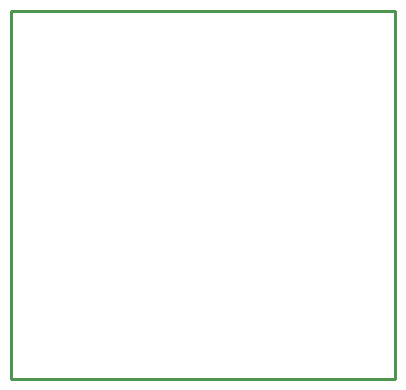
<source format=gko>
G04*
G04 #@! TF.GenerationSoftware,Altium Limited,Altium Designer,18.1.6 (161)*
G04*
G04 Layer_Color=16711935*
%FSTAX24Y24*%
%MOIN*%
G70*
G01*
G75*
%ADD15C,0.0100*%
D15*
X041005Y025407D02*
Y03769D01*
X0538D01*
X0538Y03769D01*
Y025407D02*
Y03769D01*
X041005Y025407D02*
X0538D01*
M02*

</source>
